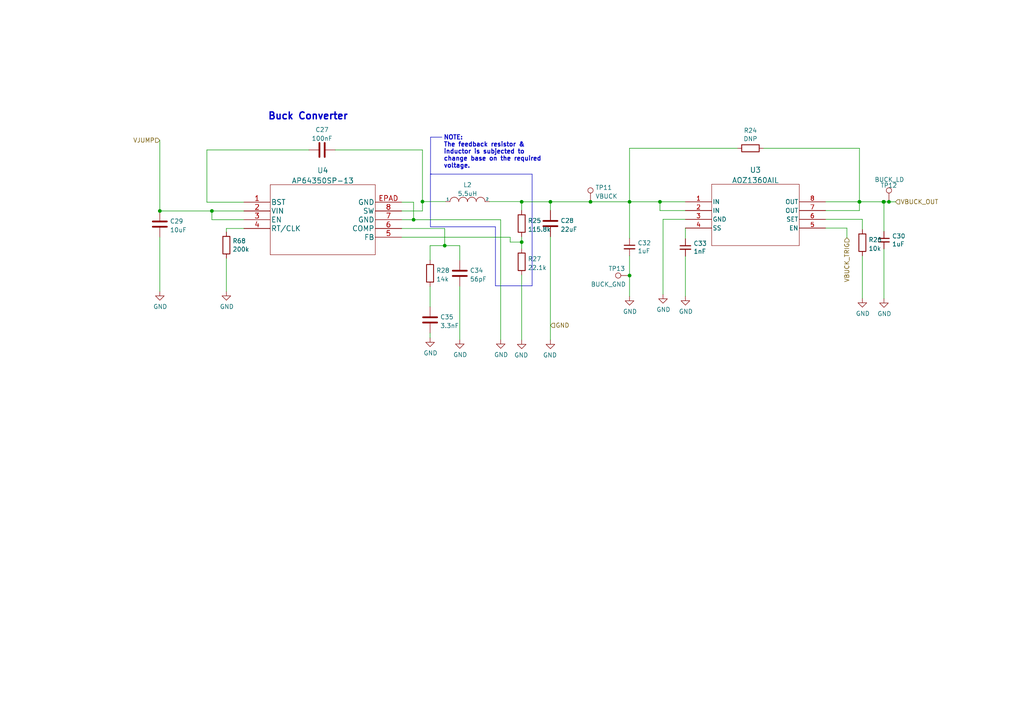
<source format=kicad_sch>
(kicad_sch (version 20230121) (generator eeschema)
  (paper "A4")
  (lib_symbols
    (symbol "017---PacketSWITCH-(Relay)--NewGen-with-Power-Meter-(PZEM-004T)-rev1c-rescue:GND-power" (power) (pin_names (offset 0))
      (property "Value" "GND-power" (at 0 -3.81 0))
      (symbol "GND-power_0_1"
        (polyline (pts (xy 0 0) (xy 0 -1.27) (xy 1.27 -1.27) (xy 0 -2.54) (xy -1.27 -1.27) (xy 0 -1.27)))
      )
      (symbol "GND-power_1_1"
        (pin power_in line (at 0 0 270) (length 0) hide (name "GND") (number "1"))
      )
    )
    (symbol "Connector:TestPoint" (pin_numbers hide) (pin_names (offset 0.762) hide)
      (property "Reference" "TP" (at 0 6.858 0))
      (property "Value" "TestPoint" (at 0 5.08 0))
      (symbol "TestPoint_0_1"
        (circle (center 0 3.302) (radius 0.762))
      )
      (symbol "TestPoint_1_1"
        (pin passive line (at 0 0 90) (length 2.54) (name "1") (number "1"))
      )
    )
    (symbol "Device:C" (pin_numbers hide) (pin_names (offset 0.254))
      (property "Reference" "C" (at 0.635 2.54 0))
      (property "Value" "C" (at 0.635 -2.54 0))
      (symbol "C_0_1"
        (polyline (pts (xy -2.032 -0.762) (xy 2.032 -0.762)) (stroke (width 0.508)))
        (polyline (pts (xy -2.032 0.762) (xy 2.032 0.762)) (stroke (width 0.508)))
      )
      (symbol "C_1_1"
        (pin passive line (at 0 3.81 270) (length 2.794) (name "~") (number "1"))
        (pin passive line (at 0 -3.81 90) (length 2.794) (name "~") (number "2"))
      )
    )
    (symbol "Device:C_Small" (pin_numbers hide) (pin_names (offset 0.254) hide)
      (property "Reference" "C" (at 0.254 1.778 0))
      (property "Value" "C_Small" (at 0.254 -2.032 0))
      (symbol "C_Small_0_1"
        (polyline (pts (xy -1.524 -0.508) (xy 1.524 -0.508)) (stroke (width 0.3302)))
        (polyline (pts (xy -1.524 0.508) (xy 1.524 0.508)) (stroke (width 0.3048)))
      )
      (symbol "C_Small_1_1"
        (pin passive line (at 0 2.54 270) (length 2.032) (name "~") (number "1"))
        (pin passive line (at 0 -2.54 90) (length 2.032) (name "~") (number "2"))
      )
    )
    (symbol "Device:R" (pin_numbers hide) (pin_names (offset 0))
      (property "Reference" "R" (at 2.032 0 90))
      (property "Value" "R" (at 0 0 90))
      (symbol "R_0_1"
        (rectangle (start -1.016 -2.54) (end 1.016 2.54) (stroke (width 0.254)))
      )
      (symbol "R_1_1"
        (pin passive line (at 0 3.81 270) (length 1.27) (name "~") (number "1"))
        (pin passive line (at 0 -3.81 90) (length 1.27) (name "~") (number "2"))
      )
    )
    (symbol "adp650:AP64350SP-13" (pin_names (offset 0.254))
      (property "Reference" "U" (at 22.86 10.16 0))
      (property "Value" "AP64350SP-13" (at 22.86 7.62 0))
      (symbol "AP64350SP-13_1_1"
        (polyline (pts (xy 7.62 -15.24) (xy 38.1 -15.24)) (stroke (width 0.127)))
        (polyline (pts (xy 7.62 5.08) (xy 7.62 -15.24)) (stroke (width 0.127)))
        (polyline (pts (xy 38.1 -15.24) (xy 38.1 5.08)) (stroke (width 0.127)))
        (polyline (pts (xy 38.1 5.08) (xy 7.62 5.08)) (stroke (width 0.127)))
        (pin power_in line (at 0 0 0) (length 7.62) (name "BST") (number "1"))
        (pin power_in line (at 0 -2.54 0) (length 7.62) (name "VIN") (number "2"))
        (pin input line (at 0 -5.08 0) (length 7.62) (name "EN") (number "3"))
        (pin unspecified line (at 0 -7.62 0) (length 7.62) (name "RT/CLK") (number "4"))
        (pin input line (at 45.72 -10.16 180) (length 7.62) (name "FB") (number "5"))
        (pin unspecified line (at 45.72 -7.62 180) (length 7.62) (name "COMP") (number "6"))
        (pin power_in line (at 45.72 -5.08 180) (length 7.62) (name "GND") (number "7"))
        (pin output line (at 45.72 -2.54 180) (length 7.62) (name "SW") (number "8"))
        (pin power_in line (at 45.72 0 180) (length 7.62) (name "GND") (number "EPAD"))
      )
    )
    (symbol "power:GND" (power) (pin_names (offset 0))
      (property "Value" "GND" (at 0 -3.81 0))
      (symbol "GND_0_1"
        (polyline (pts (xy 0 0) (xy 0 -1.27) (xy 1.27 -1.27) (xy 0 -2.54) (xy -1.27 -1.27) (xy 0 -1.27)))
      )
      (symbol "GND_1_1"
        (pin power_in line (at 0 0 270) (length 0) hide (name "GND") (number "1"))
      )
    )
    (symbol "pspice:INDUCTOR" (pin_numbers hide) (pin_names (offset 0))
      (property "Reference" "L" (at 0 2.54 0))
      (property "Value" "INDUCTOR" (at 0 -1.27 0))
      (symbol "INDUCTOR_0_1"
        (arc (start -2.54 0) (mid -3.81 1.2645) (end -5.08 0))
        (arc (start 0 0) (mid -1.27 1.2645) (end -2.54 0))
        (arc (start 2.54 0) (mid 1.27 1.2645) (end 0 0))
        (arc (start 5.08 0) (mid 3.81 1.2645) (end 2.54 0))
      )
      (symbol "INDUCTOR_1_1"
        (pin input line (at -6.35 0 0) (length 1.27) (name "1") (number "1"))
        (pin input line (at 6.35 0 180) (length 1.27) (name "2") (number "2"))
      )
    )
    (symbol "ul_AOZ1360AIL:AOZ1360AIL" (pin_names (offset 0.254))
      (property "Reference" "U" (at 20.32 10.16 0))
      (property "Value" "AOZ1360AIL" (at 20.32 7.62 0))
      (symbol "AOZ1360AIL_0_1"
        (polyline (pts (xy 7.62 -12.7) (xy 33.02 -12.7)) (stroke (width 0.127)))
        (polyline (pts (xy 7.62 5.08) (xy 7.62 -12.7)) (stroke (width 0.127)))
        (polyline (pts (xy 33.02 -12.7) (xy 33.02 5.08)) (stroke (width 0.127)))
        (polyline (pts (xy 33.02 5.08) (xy 7.62 5.08)) (stroke (width 0.127)))
        (pin input line (at 0 0 0) (length 7.62) (name "IN") (number "1"))
        (pin input line (at 0 -2.54 0) (length 7.62) (name "IN") (number "2"))
        (pin power_out line (at 0 -5.08 0) (length 7.62) (name "GND") (number "3"))
        (pin unspecified line (at 0 -7.62 0) (length 7.62) (name "SS") (number "4"))
        (pin unspecified line (at 40.64 -7.62 180) (length 7.62) (name "EN") (number "5"))
        (pin unspecified line (at 40.64 -5.08 180) (length 7.62) (name "SET") (number "6"))
        (pin output line (at 40.64 -2.54 180) (length 7.62) (name "OUT") (number "7"))
        (pin output line (at 40.64 0 180) (length 7.62) (name "OUT") (number "8"))
      )
    )
  )
  (junction (at 191.4139 58.5331))
  (junction (at 159.6411 58.5331))
  (junction (at 182.5923 58.5331))
  (junction (at 151.3054 58.5331))
  (junction (at 119.9562 63.7293))
  (junction (at 61.4592 61.1893))
  (junction (at 256.382 58.5331))
  (junction (at 182.5923 79.9129))
  (junction (at 256.2471 58.5331))
  (junction (at 151.3054 70.2151))
  (junction (at 257.8321 58.5396))
  (junction (at 249.2696 58.5331))
  (junction (at 171.2683 58.5331))
  (junction (at 249.2759 58.5331))
  (junction (at 122.5297 58.4672))
  (junction (at 128.9869 71.2453))
  (junction (at 46.3545 61.1893))
  (wire (pts (xy 147.9756 70.2151) (xy 151.3054 70.2151)))
  (wire (pts (xy 171.2683 58.5331) (xy 182.5923 58.5331)))
  (wire (pts (xy 250.1181 63.6131) (xy 250.1181 66.5732)))
  (wire (pts (xy 70.7564 66.2693) (xy 65.6582 66.2693)))
  (wire (pts (xy 46.3545 68.8093) (xy 46.3545 84.5445)))
  (polyline (pts (xy 124.8475 65.7829) (xy 143.6994 65.7829)))
  (wire (pts (xy 133.3563 75.4686) (xy 133.3563 71.2453)))
  (wire (pts (xy 116.4764 63.7293) (xy 119.9562 63.7293)))
  (wire (pts (xy 249.2696 61.0731) (xy 249.2696 58.5331)))
  (wire (pts (xy 182.5923 79.9129) (xy 182.5923 85.9727)))
  (wire (pts (xy 257.8321 58.5396) (xy 256.2471 58.5396)))
  (wire (pts (xy 159.6411 58.5331) (xy 171.2683 58.5331)))
  (wire (pts (xy 256.3821 58.5331) (xy 256.382 58.5331)))
  (wire (pts (xy 116.4764 68.8093) (xy 147.9756 68.8093)))
  (wire (pts (xy 159.6411 58.5331) (xy 151.3054 58.5331)))
  (wire (pts (xy 182.5923 43.0072) (xy 182.5923 58.5331)))
  (wire (pts (xy 119.9562 58.6493) (xy 119.9562 63.7293)))
  (wire (pts (xy 159.6411 68.6476) (xy 159.6411 98.6028)))
  (polyline (pts (xy 124.8475 50.508) (xy 124.8475 65.7829)))
  (polyline (pts (xy 125.2342 50.508) (xy 124.8475 50.508)))
  (wire (pts (xy 191.4139 58.5331) (xy 198.7943 58.5331)))
  (wire (pts (xy 116.4764 58.6493) (xy 119.9562 58.6493)))
  (wire (pts (xy 89.5999 43.4881) (xy 60.0072 43.4881)))
  (wire (pts (xy 119.9562 63.7293) (xy 145.217 63.7293)))
  (polyline (pts (xy 143.6994 82.8946) (xy 154.3338 82.8946)))
  (wire (pts (xy 256.382 72.1941) (xy 256.382 86.6121)))
  (wire (pts (xy 213.8517 43.0072) (xy 182.5923 43.0072)))
  (wire (pts (xy 97.2199 43.4881) (xy 122.5297 43.4881)))
  (wire (pts (xy 151.3054 58.4672) (xy 151.3054 58.5331)))
  (wire (pts (xy 133.3563 83.0886) (xy 133.3563 98.504)))
  (wire (pts (xy 122.5297 43.4881) (xy 122.5297 58.4672)))
  (wire (pts (xy 65.6582 74.91) (xy 65.6582 84.5445)))
  (wire (pts (xy 46.3545 40.6873) (xy 46.3545 61.1893)))
  (wire (pts (xy 151.3054 58.5331) (xy 151.3054 61.0276)))
  (wire (pts (xy 124.7432 75.4686) (xy 124.7432 71.2453)))
  (wire (pts (xy 239.4343 63.6131) (xy 250.1181 63.6131)))
  (wire (pts (xy 124.7432 96.5977) (xy 124.7432 98.0033)))
  (wire (pts (xy 245.6373 66.1531) (xy 239.4343 66.1531)))
  (wire (pts (xy 221.4717 43.0072) (xy 249.2759 43.0072)))
  (wire (pts (xy 122.5297 58.4672) (xy 129.2387 58.4672)))
  (wire (pts (xy 151.3054 68.6476) (xy 151.3054 70.2151)))
  (wire (pts (xy 192.3158 63.6131) (xy 192.3009 85.3974)))
  (wire (pts (xy 70.7564 63.7293) (xy 61.4592 63.7293)))
  (wire (pts (xy 256.2471 58.5331) (xy 256.382 58.5331)))
  (wire (pts (xy 65.6582 66.2693) (xy 65.6582 67.29)))
  (polyline (pts (xy 143.6994 65.7829) (xy 143.6994 82.8946)))
  (wire (pts (xy 239.4343 61.0731) (xy 249.2696 61.0731)))
  (wire (pts (xy 239.4343 58.5331) (xy 249.2696 58.5331)))
  (wire (pts (xy 46.3545 61.1893) (xy 61.4592 61.1893)))
  (wire (pts (xy 116.4764 61.1893) (xy 122.5297 61.1893)))
  (wire (pts (xy 116.4764 66.2693) (xy 128.9869 66.2693)))
  (wire (pts (xy 151.3054 79.75) (xy 151.3054 98.6028)))
  (wire (pts (xy 182.5923 69.1098) (xy 182.5923 58.5331)))
  (wire (pts (xy 182.5923 58.5331) (xy 191.4139 58.5331)))
  (wire (pts (xy 124.7432 83.0886) (xy 124.7432 88.9777)))
  (wire (pts (xy 61.4592 63.7293) (xy 61.4592 61.1893)))
  (wire (pts (xy 245.6373 68.9444) (xy 245.6373 66.1531)))
  (wire (pts (xy 249.2696 58.5331) (xy 249.2759 58.5331)))
  (wire (pts (xy 122.5297 58.4672) (xy 122.5297 61.1893)))
  (wire (pts (xy 250.1181 74.1932) (xy 250.1172 86.5547)))
  (wire (pts (xy 259.7172 58.5396) (xy 257.8321 58.5396)))
  (polyline (pts (xy 154.3338 50.5019) (xy 124.8664 50.5019)))
  (wire (pts (xy 147.9756 68.8093) (xy 147.9756 70.2151)))
  (wire (pts (xy 198.7943 66.1531) (xy 198.7943 69.2406)))
  (wire (pts (xy 124.7432 71.2453) (xy 128.9869 71.2453)))
  (wire (pts (xy 128.9869 66.2693) (xy 128.9869 71.2453)))
  (wire (pts (xy 61.4592 61.1893) (xy 70.7564 61.1893)))
  (wire (pts (xy 198.7943 63.6131) (xy 192.3158 63.6131)))
  (wire (pts (xy 198.7943 61.0731) (xy 191.4139 61.0731)))
  (wire (pts (xy 249.2759 43.0072) (xy 249.2759 58.5331)))
  (wire (pts (xy 60.0072 58.6493) (xy 70.7564 58.6493)))
  (polyline (pts (xy 154.3338 82.8946) (xy 154.3338 50.5019)))
  (wire (pts (xy 159.6411 61.0276) (xy 159.6411 58.5331)))
  (wire (pts (xy 145.217 63.7293) (xy 145.217 98.5034)))
  (wire (pts (xy 182.5923 74.1898) (xy 182.5923 79.9129)))
  (polyline (pts (xy 124.8878 39.7814) (xy 128.1748 39.7814)))
  (wire (pts (xy 141.9387 58.4672) (xy 151.3054 58.4672)))
  (wire (pts (xy 128.9869 71.2453) (xy 133.3563 71.2453)))
  (wire (pts (xy 151.3054 70.2151) (xy 151.3054 72.13)))
  (wire (pts (xy 60.0072 43.4881) (xy 60.0072 58.6493)))
  (wire (pts (xy 256.382 67.1141) (xy 256.3821 58.5331)))
  (wire (pts (xy 198.7943 74.3206) (xy 198.7943 85.9539)))
  (wire (pts (xy 191.4139 61.0731) (xy 191.4139 58.5331)))
  (wire (pts (xy 249.2759 58.5331) (xy 256.2471 58.5331)))
  (wire (pts (xy 256.2471 58.5396) (xy 256.2471 58.5331)))
  (polyline (pts (xy 124.8664 50.5019) (xy 124.8878 39.7814)))
  (text "Buck Converter\n" (at 77.6172 34.9834 0) (effects (font (size 2.0066 2.0066) (thickness 0.4013) bold) (justify left bottom)))
  (text "NOTE:\nThe feedback resistor & \ninductor is subjected to \nchange base on the required \nvoltage." (at 128.626 48.9335 0) (effects (font (size 1.27 1.27) (thickness 0.254) bold) (justify left bottom)))
  (hierarchical_label "VJUMP" (shape input) (at 46.3545 40.6873 180))
  (hierarchical_label "GND" (shape input) (at 159.6411 94.364 0))
  (hierarchical_label "VBUCK_TRIG" (shape input) (at 245.6373 68.9444 270))
  (hierarchical_label "VBUCK_OUT" (shape input) (at 259.7172 58.5396 0))
  (symbol (lib_id "017---PacketSWITCH-(Relay)--NewGen-with-Power-Meter-(PZEM-004T)-rev1c-rescue:GND-power") (at 182.5923 85.9727 0) (unit 1)
    (property "Reference" "#PWR013" (effects hide))
    (property "Value" "GND" (at 182.7193 90.3669 0))
  )
  (symbol (lib_id "Device:C") (at 93.4099 43.4881 90) (unit 1)
    (property "Reference" "C27" (at 93.4099 37.6293 90))
    (property "Value" "100nF" (at 93.4099 40.1662 90))
    (property "Footprint" "Packetworx Footprints:100nF_0603" (effects hide))
    (property "Datasheet" "https://connect.kemet.com:7667/gateway/IntelliData-ComponentDocumentation/1.0/download/datasheet/C0603C104J4RACTU" (effects hide))
    (property "Manufacturer_Name" "KEMET" (effects hide))
    (property "Manufacturer_Part_Number" "C0603C104J4RAC7867" (effects hide))
    (property "Price" "6.55000" (effects hide))
    (property "Purchase-URL" "https://www.digikey.ph/en/products/detail/kemet/C0603C104J4RAC7867/411096" (effects hide))
  )
  (symbol (lib_id "Device:C_Small") (at 256.382 69.6541 0) (unit 1)
    (property "Reference" "C30" (at 258.7188 68.4857 0) (effects (justify left)))
    (property "Value" "1uF" (at 258.7188 70.7971 0) (effects (justify left)))
    (property "Footprint" "Capacitor_SMD:C_1206_3216Metric" (effects hide))
    (property "Datasheet" "https://product.tdk.com/system/files/dam/doc/product/capacitor/ceramic/mlcc/catalog/mlcc_commercial_soft_en.pdf" (effects hide))
    (property "Manufacturer_Name" "TDK Corporation" (effects hide))
    (property "Manufacturer_Part_Number" "C3216X7R2A105K160AE" (effects hide))
    (property "Price" "32.74000" (effects hide))
    (property "Purchase-URL" "https://www.digikey.ph/en/products/detail/tdk-corporation/C3216X7R2A105K160AE/3283648" (effects hide))
  )
  (symbol (lib_id "017---PacketSWITCH-(Relay)--NewGen-with-Power-Meter-(PZEM-004T)-rev1c-rescue:GND-power") (at 198.7943 85.9539 0) (unit 1)
    (property "Reference" "#PWR012" (effects hide))
    (property "Value" "GND" (at 198.9213 90.3481 0))
  )
  (symbol (lib_id "Device:R") (at 250.1181 70.3832 0) (unit 1)
    (property "Reference" "R26" (at 251.8961 69.5485 0) (effects (justify left)))
    (property "Value" "10k" (at 251.8961 72.0854 0) (effects (justify left)))
    (property "Footprint" "Packetworx Footprints:10K(0603)" (effects hide))
  )
  (symbol (lib_id "power:GND") (at 65.6582 84.5445 0) (unit 1)
    (property "Reference" "#PWR010" (effects hide))
    (property "Value" "GND" (at 65.7852 88.9387 0))
  )
  (symbol (lib_id "Device:C") (at 124.7432 92.7877 0) (unit 1)
    (property "Reference" "C35" (at 127.6642 91.953 0) (effects (justify left)))
    (property "Value" "3.3nF" (at 127.6642 94.4899 0) (effects (justify left)))
    (property "Footprint" "Packetworx Footprints:100nF_0603" (effects hide))
    (property "Datasheet" "http://www.passivecomponent.com/wp-content/uploads/datasheet/WTC_MLCC_General_Purpose.pdf" (effects hide))
    (property "Manufacturer_Name" "Walsin Technology Corporation" (effects hide))
    (property "Manufacturer_Part_Number" "0603B332K250CT" (effects hide))
    (property "Price" "5.46000" (effects hide))
    (property "Purchase-URL" "https://www.digikey.ph/en/products/detail/walsin-technology-corporation/0603B332K250CT/9354925" (effects hide))
  )
  (symbol (lib_id "017---PacketSWITCH-(Relay)--NewGen-with-Power-Meter-(PZEM-004T)-rev1c-rescue:GND-power") (at 250.1172 86.5547 0) (unit 1)
    (property "Reference" "#PWR014" (effects hide))
    (property "Value" "GND" (at 250.2442 90.9489 0))
  )
  (symbol (lib_id "Connector:TestPoint") (at 257.8321 58.5396 0) (unit 1)
    (property "Reference" "TP12" (at 257.7891 53.7714 0))
    (property "Value" "BUCK_LD" (at 257.961 52.0957 0))
    (property "Footprint" "TestPoint:TestPoint_Pad_D1.0mm" (effects hide))
  )
  (symbol (lib_id "power:GND") (at 124.7432 98.0033 0) (unit 1)
    (property "Reference" "#PWR016" (effects hide))
    (property "Value" "GND" (at 124.8702 102.3975 0))
  )
  (symbol (lib_id "Connector:TestPoint") (at 182.5923 79.9129 90) (unit 1)
    (property "Reference" "TP13" (at 178.8834 77.9078 90))
    (property "Value" "BUCK_GND" (at 176.4485 82.4623 90))
    (property "Footprint" "TestPoint:TestPoint_Pad_D1.0mm" (effects hide))
  )
  (symbol (lib_id "017---PacketSWITCH-(Relay)--NewGen-with-Power-Meter-(PZEM-004T)-rev1c-rescue:GND-power") (at 256.382 86.6121 0) (unit 1)
    (property "Reference" "#PWR015" (effects hide))
    (property "Value" "GND" (at 256.509 91.0063 0))
  )
  (symbol (lib_id "Device:R") (at 151.3054 75.94 0) (unit 1)
    (property "Reference" "R27" (at 153.0834 75.1053 0) (effects (justify left)))
    (property "Value" "22.1k" (at 153.0834 77.6422 0) (effects (justify left)))
    (property "Footprint" "Packetworx Footprints:10K(0603)" (effects hide))
  )
  (symbol (lib_id "power:GND") (at 159.6411 98.6028 0) (mirror y) (unit 1)
    (property "Reference" "#PWR020" (effects hide))
    (property "Value" "GND" (at 159.5141 102.997 0))
  )
  (symbol (lib_id "power:GND") (at 133.3563 98.504 0) (unit 1)
    (property "Reference" "#PWR018" (effects hide))
    (property "Value" "GND" (at 133.4833 102.8982 0))
  )
  (symbol (lib_id "Connector:TestPoint") (at 171.2683 58.5331 0) (unit 1)
    (property "Reference" "TP11" (at 172.6653 54.3964 0) (effects (justify left)))
    (property "Value" "VBUCK" (at 172.6653 56.9333 0) (effects (justify left)))
    (property "Footprint" "TestPoint:TestPoint_Pad_D1.0mm" (effects hide))
  )
  (symbol (lib_id "power:GND") (at 151.3054 98.6028 0) (mirror y) (unit 1)
    (property "Reference" "#PWR019" (effects hide))
    (property "Value" "GND" (at 151.1784 102.997 0))
  )
  (symbol (lib_id "Device:R") (at 65.6582 71.1 0) (unit 1)
    (property "Reference" "R68" (at 67.4362 69.8879 0) (effects (justify left)))
    (property "Value" "200k" (at 67.4362 72.3121 0) (effects (justify left)))
    (property "Footprint" "Packetworx Footprints:10K(0603)" (effects hide))
  )
  (symbol (lib_id "Device:R") (at 217.6617 43.0072 90) (unit 1)
    (property "Reference" "R24" (at 217.6617 37.8469 90))
    (property "Value" "DNP" (at 217.6617 40.2711 90))
    (property "Footprint" "Packetworx Footprints:100nF_0603" (effects hide))
  )
  (symbol (lib_id "adp650:AP64350SP-13") (at 70.7564 58.6493 0) (unit 1)
    (property "Reference" "U4" (at 93.6164 49.4217 0) (effects (font (size 1.524 1.524))))
    (property "Value" "AP64350SP-13" (at 93.6164 52.4151 0) (effects (font (size 1.524 1.524))))
    (property "Footprint" "ul_AP64350SP-13:SO-8EP_DIO" (effects hide))
  )
  (symbol (lib_id "Device:C") (at 159.6411 64.8376 0) (unit 1)
    (property "Reference" "C28" (at 162.5621 64.0029 0) (effects (justify left)))
    (property "Value" "22uF" (at 162.5621 66.5398 0) (effects (justify left)))
    (property "Footprint" "Packetworx Footprints:100nF_0603" (effects hide))
    (property "Datasheet" "https://www.yageo.com/upload/website/yageo_High%20Capacitance%20MLCCs_2016_19050911_141.pdf" (effects hide))
    (property "Manufacturer_Name" "YAGEO" (effects hide))
    (property "Manufacturer_Part_Number" "CC0603MRX5R6BB226" (effects hide))
    (property "Price" "37.11000" (effects hide))
    (property "Purchase-URL" "https://www.digikey.ph/en/products/detail/yageo/CC0603MRX5R6BB226/5195226" (effects hide))
  )
  (symbol (lib_id "ul_AOZ1360AIL:AOZ1360AIL") (at 198.7943 58.5331 0) (unit 1)
    (property "Reference" "U3" (at 219.1143 49.3055 0) (effects (font (size 1.524 1.524))))
    (property "Value" "AOZ1360AIL" (at 219.1143 52.2989 0) (effects (font (size 1.524 1.524))))
    (property "Footprint" "ul_AOZ1360AIL:AOZ1360AIL_AOS" (effects hide))
    (property "Datasheet" "AOZ1360AIL" (effects hide))
  )
  (symbol (lib_id "017---PacketSWITCH-(Relay)--NewGen-with-Power-Meter-(PZEM-004T)-rev1c-rescue:GND-power") (at 192.3009 85.3974 0) (unit 1)
    (property "Reference" "#PWR011" (effects hide))
    (property "Value" "GND" (at 192.4279 89.7916 0))
  )
  (symbol (lib_id "Device:C_Small") (at 198.7943 71.7806 0) (unit 1)
    (property "Reference" "C33" (at 201.1311 70.6122 0) (effects (justify left)))
    (property "Value" "1nF" (at 201.1311 72.9236 0) (effects (justify left)))
    (property "Footprint" "Capacitor_SMD:C_1206_3216Metric" (effects hide))
    (property "Datasheet" "https://connect.kemet.com:7667/gateway/IntelliData-ComponentDocumentation/1.0/download/datasheet/C0603C102K5REC7867" (effects hide))
    (property "Manufacturer_Name" "KEMET" (effects hide))
    (property "Manufacturer_Part_Number" "C0603C102K5REC7867" (effects hide))
    (property "Price" "9.82000" (effects hide))
    (property "Purchase-URL" "https://www.digikey.ph/en/products/detail/kemet/C0603C102K5REC7867/6825421" (effects hide))
  )
  (symbol (lib_id "pspice:INDUCTOR") (at 135.5887 58.4672 0) (unit 1)
    (property "Reference" "L2" (at 135.5887 53.6244 0))
    (property "Value" "5.5uH" (at 135.5887 56.1613 0))
    (property "Footprint" "ul_744325550:IND_1050-WE-HCI_WRE-L" (effects hide))
    (property "Datasheet" "https://www.we-online.com/katalog/datasheet/744325550.pdf" (effects hide))
    (property "Manufacturer_Name" "Würth Elektronik" (effects hide))
    (property "Manufacturer_Part_Number" "744325550" (effects hide))
    (property "Price" "233.01000" (effects hide))
    (property "Purchase-URL" "https://www.digikey.ph/en/products/detail/w%C3%BCrth-elektronik/744325550/1638576" (effects hide))
  )
  (symbol (lib_id "Device:C") (at 133.3563 79.2786 0) (unit 1)
    (property "Reference" "C34" (at 136.2773 78.4439 0) (effects (justify left)))
    (property "Value" "56pF" (at 136.2773 80.9808 0) (effects (justify left)))
    (property "Footprint" "Packetworx Footprints:100nF_0603" (effects hide))
    (property "Datasheet" "https://product.tdk.com/en/system/files?file=dam/doc/product/capacitor/ceramic/mlcc/catalog/mlcc_automotive_hightemp_en.pdf" (effects hide))
    (property "Manufacturer_Name" "TDK Corporation" (effects hide))
    (property "Manufacturer_Part_Number" "CGA3E2NP02A560J080AA" (effects hide))
    (property "Price" "8.73000" (effects hide))
    (property "Purchase-URL" "https://www.digikey.ph/en/products/detail/tdk-corporation/CGA3E2NP02A560J080AA/3954038" (effects hide))
  )
  (symbol (lib_id "Device:C") (at 46.3545 64.9993 0) (unit 1)
    (property "Reference" "C29" (at 49.2755 64.1646 0) (effects (justify left)))
    (property "Value" "10uF" (at 49.2755 66.7015 0) (effects (justify left)))
    (property "Footprint" "Packetworx Footprints:100nF_0603" (effects hide))
    (property "Datasheet" "https://www.yageo.com/upload/website/yageo_High%20Capacitance%20MLCCs_2016_19050911_141.pdf" (effects hide))
    (property "Manufacturer_Name" "YAGEO" (effects hide))
    (property "Manufacturer_Part_Number" "CC0603MRX5R7BB106" (effects hide))
    (property "Price" "22.92000" (effects hide))
    (property "Purchase-URL" "https://www.digikey.ph/en/products/detail/yageo/CC0603MRX5R7BB106/5195229" (effects hide))
  )
  (symbol (lib_id "power:GND") (at 46.3545 84.5445 0) (unit 1)
    (property "Reference" "#PWR09" (effects hide))
    (property "Value" "GND" (at 46.4815 88.9387 0))
  )
  (symbol (lib_id "power:GND") (at 145.217 98.5034 0) (unit 1)
    (property "Reference" "#PWR017" (effects hide))
    (property "Value" "GND" (at 145.344 102.8976 0))
  )
  (symbol (lib_id "Device:R") (at 151.3054 64.8376 0) (unit 1)
    (property "Reference" "R25" (at 153.0834 64.0029 0) (effects (justify left)))
    (property "Value" "115.8k" (at 153.0834 66.5398 0) (effects (justify left)))
    (property "Footprint" "Packetworx Footprints:10K(0603)" (effects hide))
  )
  (symbol (lib_id "Device:C_Small") (at 182.5923 71.6498 0) (unit 1)
    (property "Reference" "C32" (at 184.9291 70.4814 0) (effects (justify left)))
    (property "Value" "1uF" (at 184.9291 72.7928 0) (effects (justify left)))
    (property "Footprint" "Capacitor_SMD:C_1206_3216Metric" (effects hide))
    (property "Datasheet" "https://product.tdk.com/system/files/dam/doc/product/capacitor/ceramic/mlcc/catalog/mlcc_commercial_soft_en.pdf" (effects hide))
    (property "Manufacturer_Name" "TDK Corporation" (effects hide))
    (property "Manufacturer_Part_Number" "C3216X7R2A105K160AE" (effects hide))
    (property "Price" "32.74000" (effects hide))
    (property "Purchase-URL" "https://www.digikey.ph/en/products/detail/tdk-corporation/C3216X7R2A105K160AE/3283648" (effects hide))
  )
  (symbol (lib_id "Device:R") (at 124.7432 79.2786 0) (unit 1)
    (property "Reference" "R28" (at 126.5212 78.4439 0) (effects (justify left)))
    (property "Value" "14k" (at 126.5212 80.9808 0) (effects (justify left)))
    (property "Footprint" "Packetworx Footprints:10K(0603)" (effects hide))
  )
)
</source>
